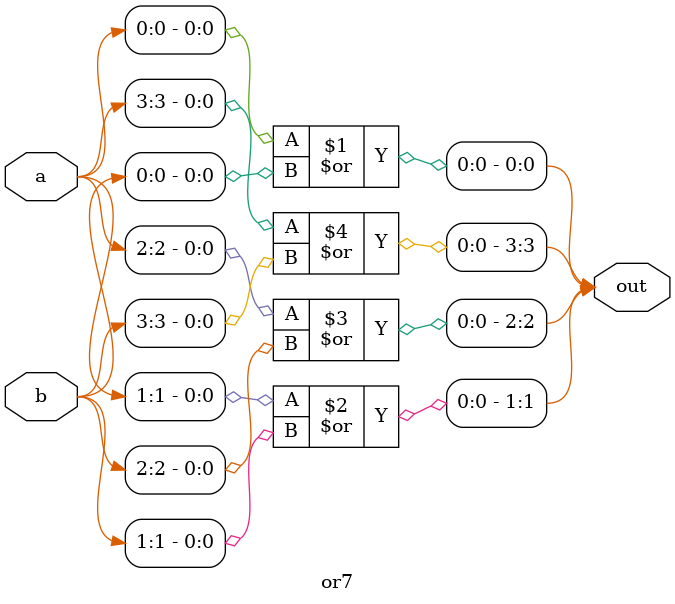
<source format=v>
module or7 (
    input wire [3:0] a,
    input wire [3:0] b,
    output wire [3:0] out
);

assign out = {(a[3] | b[3]), (a[2] | b[2]), (a[1] | b[1]), (a[0] | b[0])};

endmodule

</source>
